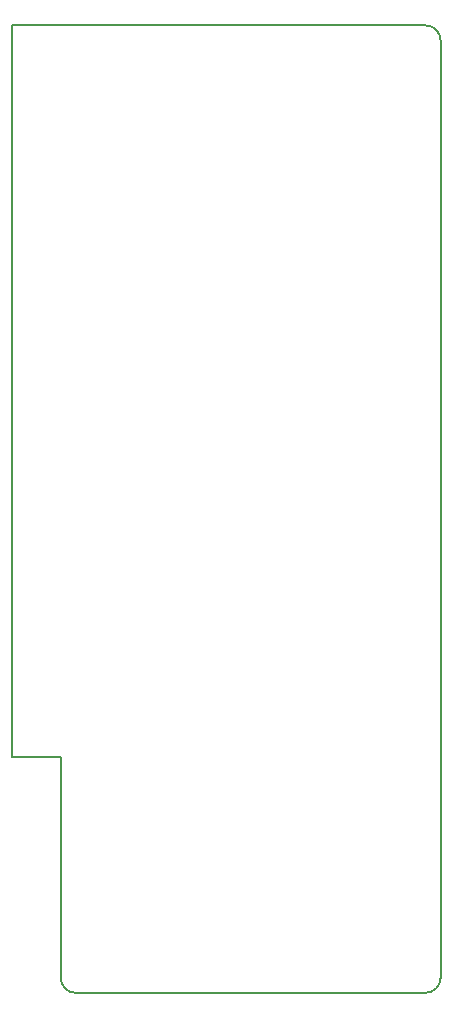
<source format=gm1>
%TF.GenerationSoftware,KiCad,Pcbnew,5.1.12-84ad8e8a86~92~ubuntu20.04.1*%
%TF.CreationDate,2021-12-12T16:01:27+01:00*%
%TF.ProjectId,C64 Joystick Switcher,43363420-4a6f-4797-9374-69636b205377,rev?*%
%TF.SameCoordinates,PX5b1e2c0PY21e9a40*%
%TF.FileFunction,Profile,NP*%
%FSLAX46Y46*%
G04 Gerber Fmt 4.6, Leading zero omitted, Abs format (unit mm)*
G04 Created by KiCad (PCBNEW 5.1.12-84ad8e8a86~92~ubuntu20.04.1) date 2021-12-12 16:01:27*
%MOMM*%
%LPD*%
G01*
G04 APERTURE LIST*
%TA.AperFunction,Profile*%
%ADD10C,0.150000*%
%TD*%
G04 APERTURE END LIST*
D10*
X36313000Y-1270000D02*
X36313000Y-80645000D01*
X4151000Y-80645000D02*
X4151000Y-61976000D01*
X4151000Y-80645000D02*
G75*
G03*
X5421000Y-81915000I1270000J0D01*
G01*
X35043000Y-81915000D02*
G75*
G03*
X36313000Y-80645000I0J1270000D01*
G01*
X36313000Y-1270000D02*
G75*
G03*
X35043000Y0I-1270000J0D01*
G01*
X5421000Y-81915000D02*
X35043000Y-81915000D01*
X35043000Y0D02*
X0Y0D01*
X0Y-61976000D02*
X0Y0D01*
X4151000Y-61976000D02*
X0Y-61976000D01*
M02*

</source>
